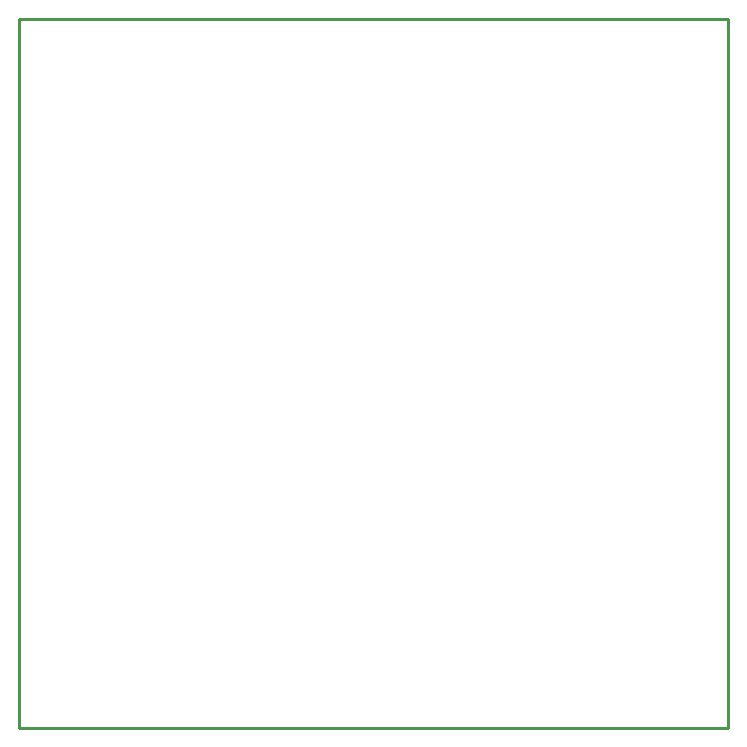
<source format=gbr>
G04 EAGLE Gerber RS-274X export*
G75*
%MOMM*%
%FSLAX34Y34*%
%LPD*%
%IN*%
%IPPOS*%
%AMOC8*
5,1,8,0,0,1.08239X$1,22.5*%
G01*
%ADD10C,0.254000*%


D10*
X0Y0D02*
X600000Y0D01*
X600000Y600000D01*
X0Y600000D01*
X0Y0D01*
M02*

</source>
